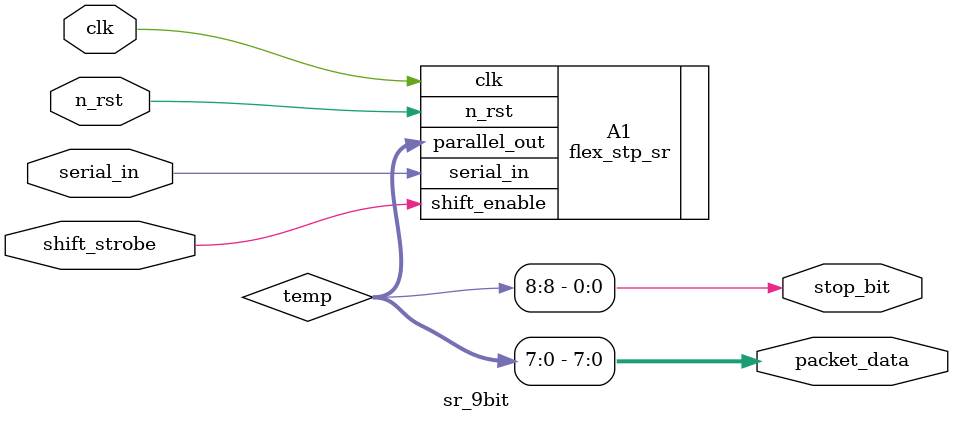
<source format=sv>

module sr_9bit
(
	input wire clk,
	input wire n_rst,
	input wire serial_in,
	input wire shift_strobe,
	output reg [7:0] packet_data,
	output reg stop_bit
);

reg [8:0] temp;
assign stop_bit = temp[8];
assign packet_data = temp[7:0];
flex_stp_sr #(9,0) A1 (.clk(clk), .n_rst(n_rst), .serial_in(serial_in),.shift_enable(shift_strobe), .parallel_out(temp));
endmodule



















</source>
